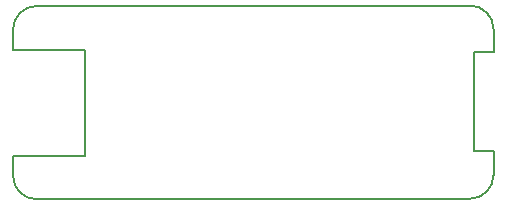
<source format=gko>
G04 Layer: BoardOutlineLayer*
G04 EasyEDA Pro v2.2.20.11, 2024-05-07 19:26:09*
G04 Gerber Generator version 0.3*
G04 Scale: 100 percent, Rotated: No, Reflected: No*
G04 Dimensions in millimeters*
G04 Leading zeros omitted, absolute positions, 3 integers and 5 decimals*
%FSLAX35Y35*%
%MOMM*%
%ADD10C,0.15001*%
%ADD11C,0.154*%
%ADD12C,0.15494*%
G75*


G04 PolygonModel Start*
G54D10*
G01X1680489Y8512810D02*
G01X5349519Y8516617D01*
G01X1672466Y10148791D02*
G01X5344942Y10152733D01*
G01X5545661Y8716604D02*
G01X5545661Y8918613D01*
G01X5378740Y8918613D01*
G01X5545625Y9804446D02*
G01X5545625Y9758731D01*
G01X5378740Y9758731D01*
G01X5378740Y8918496D01*
G01X5545539Y9952591D02*
G01X5545539Y9804527D01*
G01X1494561Y8875268D02*
G01X1476527Y8875268D01*
G01X1476527Y8712965D01*
G01X1494541Y8875293D02*
G01X1478580Y8875293D01*
G01X1476588Y9948814D02*
G01X1476588Y9775287D01*
G01X1494541Y9775287D02*
G01X1478587Y9775287D01*
G01X1494541Y9775287D02*
G01X1986232Y9775287D01*
G01X1494541Y8875293D02*
G01X1986232Y8875293D01*
G01X5345661Y8516602D02*
G03X5545663Y8716604I3J200000D01*
G01X5545663Y9952571D02*
G03X5345661Y10152573I-200000J3D01*
G01X1676591Y10148816D02*
G03X1476588Y9948814I-3J-200000D01*
G01X1476588Y8712855D02*
G03X1676591Y8512853I200000J-3D01*
G54D11*
G01X2087954Y9166367D02*
G01X2087954Y8875029D01*
G01X2087700Y9480311D02*
G01X2087700Y9775205D01*
G01X1985965Y8875088D02*
G01X2087819Y8875088D01*
G01X2087819Y9775307D02*
G01X1986219Y9775307D01*
G54D12*
G01X2087700Y9480311D02*
G01X2087700Y9166367D01*

M02*


</source>
